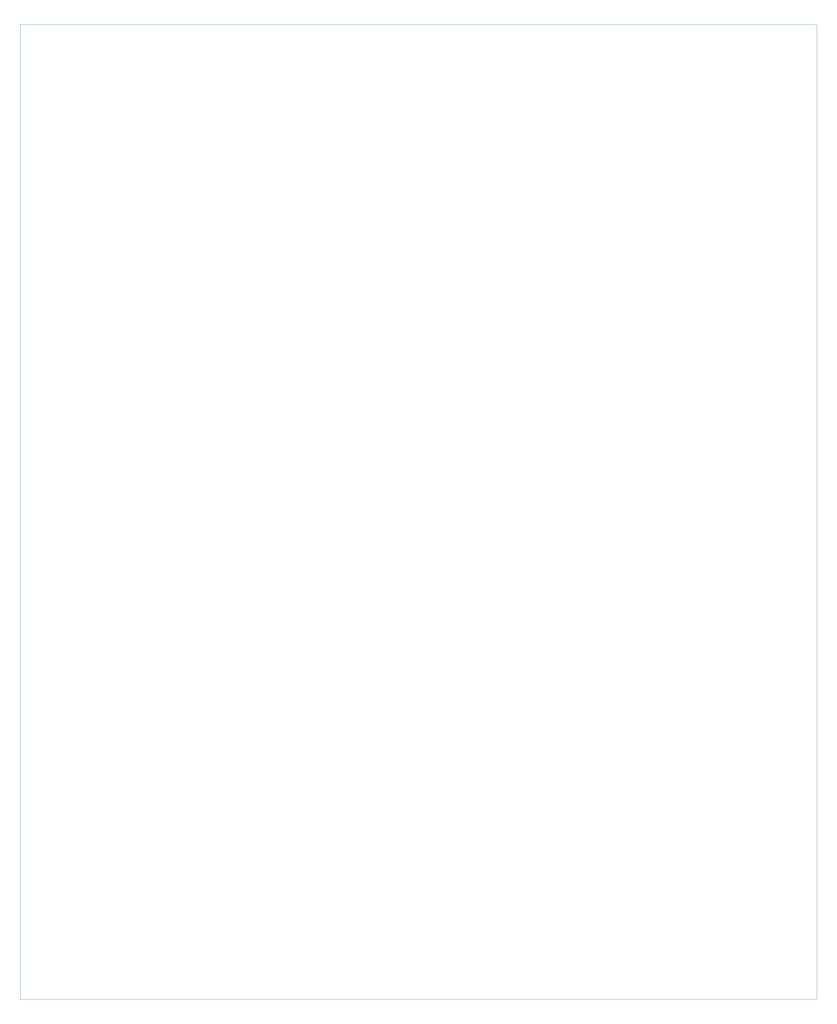
<source format=gbr>
%TF.GenerationSoftware,KiCad,Pcbnew,7.0.2*%
%TF.CreationDate,2023-05-22T19:29:04+02:00*%
%TF.ProjectId,Board1_Pad_PogoPin,426f6172-6431-45f5-9061-645f506f676f,rev?*%
%TF.SameCoordinates,Original*%
%TF.FileFunction,Profile,NP*%
%FSLAX46Y46*%
G04 Gerber Fmt 4.6, Leading zero omitted, Abs format (unit mm)*
G04 Created by KiCad (PCBNEW 7.0.2) date 2023-05-22 19:29:04*
%MOMM*%
%LPD*%
G01*
G04 APERTURE LIST*
%TA.AperFunction,Profile*%
%ADD10C,0.050000*%
%TD*%
G04 APERTURE END LIST*
D10*
X161761758Y-79091250D02*
X406668558Y-79091250D01*
X406668558Y-378455650D01*
X161761758Y-378455650D01*
X161761758Y-79091250D01*
M02*

</source>
